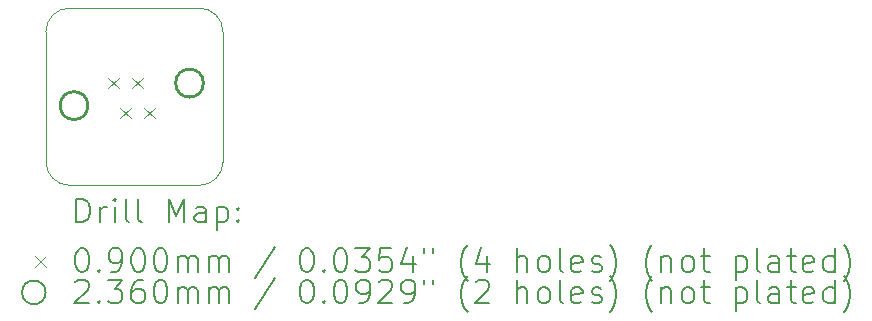
<source format=gbr>
%TF.GenerationSoftware,KiCad,Pcbnew,8.0.1-8.0.1-1~ubuntu22.04.1*%
%TF.CreationDate,2024-03-30T14:56:26-04:00*%
%TF.ProjectId,terminaison_can,7465726d-696e-4616-9973-6f6e5f63616e,rev?*%
%TF.SameCoordinates,Original*%
%TF.FileFunction,Drillmap*%
%TF.FilePolarity,Positive*%
%FSLAX45Y45*%
G04 Gerber Fmt 4.5, Leading zero omitted, Abs format (unit mm)*
G04 Created by KiCad (PCBNEW 8.0.1-8.0.1-1~ubuntu22.04.1) date 2024-03-30 14:56:26*
%MOMM*%
%LPD*%
G01*
G04 APERTURE LIST*
%ADD10C,0.050000*%
%ADD11C,0.200000*%
%ADD12C,0.100000*%
%ADD13C,0.236000*%
G04 APERTURE END LIST*
D10*
X1900000Y-3500000D02*
G75*
G02*
X1700000Y-3300000I0J200000D01*
G01*
X3200000Y-2200000D02*
X3200000Y-3300000D01*
X3200000Y-3300000D02*
G75*
G02*
X3000000Y-3500000I-200000J0D01*
G01*
X1700000Y-2200000D02*
X1700000Y-3300000D01*
X1900000Y-2000000D02*
X3000000Y-2000000D01*
X1700000Y-2200000D02*
G75*
G02*
X1900000Y-2000000I200000J0D01*
G01*
X3000000Y-3500000D02*
X1900000Y-3500000D01*
X3000000Y-2000000D02*
G75*
G02*
X3200000Y-2200000I0J-200000D01*
G01*
D11*
D12*
X2229800Y-2590000D02*
X2319800Y-2680000D01*
X2319800Y-2590000D02*
X2229800Y-2680000D01*
X2331400Y-2843000D02*
X2421400Y-2933000D01*
X2421400Y-2843000D02*
X2331400Y-2933000D01*
X2433000Y-2590000D02*
X2523000Y-2680000D01*
X2523000Y-2590000D02*
X2433000Y-2680000D01*
X2534600Y-2843000D02*
X2624600Y-2933000D01*
X2624600Y-2843000D02*
X2534600Y-2933000D01*
D13*
X2056200Y-2825500D02*
G75*
G02*
X1820200Y-2825500I-118000J0D01*
G01*
X1820200Y-2825500D02*
G75*
G02*
X2056200Y-2825500I118000J0D01*
G01*
X3034200Y-2635000D02*
G75*
G02*
X2798200Y-2635000I-118000J0D01*
G01*
X2798200Y-2635000D02*
G75*
G02*
X3034200Y-2635000I118000J0D01*
G01*
D11*
X1958277Y-3813984D02*
X1958277Y-3613984D01*
X1958277Y-3613984D02*
X2005896Y-3613984D01*
X2005896Y-3613984D02*
X2034467Y-3623508D01*
X2034467Y-3623508D02*
X2053515Y-3642555D01*
X2053515Y-3642555D02*
X2063039Y-3661603D01*
X2063039Y-3661603D02*
X2072562Y-3699698D01*
X2072562Y-3699698D02*
X2072562Y-3728269D01*
X2072562Y-3728269D02*
X2063039Y-3766365D01*
X2063039Y-3766365D02*
X2053515Y-3785412D01*
X2053515Y-3785412D02*
X2034467Y-3804460D01*
X2034467Y-3804460D02*
X2005896Y-3813984D01*
X2005896Y-3813984D02*
X1958277Y-3813984D01*
X2158277Y-3813984D02*
X2158277Y-3680650D01*
X2158277Y-3718746D02*
X2167801Y-3699698D01*
X2167801Y-3699698D02*
X2177324Y-3690174D01*
X2177324Y-3690174D02*
X2196372Y-3680650D01*
X2196372Y-3680650D02*
X2215420Y-3680650D01*
X2282086Y-3813984D02*
X2282086Y-3680650D01*
X2282086Y-3613984D02*
X2272563Y-3623508D01*
X2272563Y-3623508D02*
X2282086Y-3633031D01*
X2282086Y-3633031D02*
X2291610Y-3623508D01*
X2291610Y-3623508D02*
X2282086Y-3613984D01*
X2282086Y-3613984D02*
X2282086Y-3633031D01*
X2405896Y-3813984D02*
X2386848Y-3804460D01*
X2386848Y-3804460D02*
X2377324Y-3785412D01*
X2377324Y-3785412D02*
X2377324Y-3613984D01*
X2510658Y-3813984D02*
X2491610Y-3804460D01*
X2491610Y-3804460D02*
X2482086Y-3785412D01*
X2482086Y-3785412D02*
X2482086Y-3613984D01*
X2739229Y-3813984D02*
X2739229Y-3613984D01*
X2739229Y-3613984D02*
X2805896Y-3756841D01*
X2805896Y-3756841D02*
X2872562Y-3613984D01*
X2872562Y-3613984D02*
X2872562Y-3813984D01*
X3053515Y-3813984D02*
X3053515Y-3709222D01*
X3053515Y-3709222D02*
X3043991Y-3690174D01*
X3043991Y-3690174D02*
X3024943Y-3680650D01*
X3024943Y-3680650D02*
X2986848Y-3680650D01*
X2986848Y-3680650D02*
X2967801Y-3690174D01*
X3053515Y-3804460D02*
X3034467Y-3813984D01*
X3034467Y-3813984D02*
X2986848Y-3813984D01*
X2986848Y-3813984D02*
X2967801Y-3804460D01*
X2967801Y-3804460D02*
X2958277Y-3785412D01*
X2958277Y-3785412D02*
X2958277Y-3766365D01*
X2958277Y-3766365D02*
X2967801Y-3747317D01*
X2967801Y-3747317D02*
X2986848Y-3737793D01*
X2986848Y-3737793D02*
X3034467Y-3737793D01*
X3034467Y-3737793D02*
X3053515Y-3728269D01*
X3148753Y-3680650D02*
X3148753Y-3880650D01*
X3148753Y-3690174D02*
X3167801Y-3680650D01*
X3167801Y-3680650D02*
X3205896Y-3680650D01*
X3205896Y-3680650D02*
X3224943Y-3690174D01*
X3224943Y-3690174D02*
X3234467Y-3699698D01*
X3234467Y-3699698D02*
X3243991Y-3718746D01*
X3243991Y-3718746D02*
X3243991Y-3775888D01*
X3243991Y-3775888D02*
X3234467Y-3794936D01*
X3234467Y-3794936D02*
X3224943Y-3804460D01*
X3224943Y-3804460D02*
X3205896Y-3813984D01*
X3205896Y-3813984D02*
X3167801Y-3813984D01*
X3167801Y-3813984D02*
X3148753Y-3804460D01*
X3329705Y-3794936D02*
X3339229Y-3804460D01*
X3339229Y-3804460D02*
X3329705Y-3813984D01*
X3329705Y-3813984D02*
X3320182Y-3804460D01*
X3320182Y-3804460D02*
X3329705Y-3794936D01*
X3329705Y-3794936D02*
X3329705Y-3813984D01*
X3329705Y-3690174D02*
X3339229Y-3699698D01*
X3339229Y-3699698D02*
X3329705Y-3709222D01*
X3329705Y-3709222D02*
X3320182Y-3699698D01*
X3320182Y-3699698D02*
X3329705Y-3690174D01*
X3329705Y-3690174D02*
X3329705Y-3709222D01*
D12*
X1607500Y-4097500D02*
X1697500Y-4187500D01*
X1697500Y-4097500D02*
X1607500Y-4187500D01*
D11*
X1996372Y-4033984D02*
X2015420Y-4033984D01*
X2015420Y-4033984D02*
X2034467Y-4043508D01*
X2034467Y-4043508D02*
X2043991Y-4053031D01*
X2043991Y-4053031D02*
X2053515Y-4072079D01*
X2053515Y-4072079D02*
X2063039Y-4110174D01*
X2063039Y-4110174D02*
X2063039Y-4157793D01*
X2063039Y-4157793D02*
X2053515Y-4195889D01*
X2053515Y-4195889D02*
X2043991Y-4214936D01*
X2043991Y-4214936D02*
X2034467Y-4224460D01*
X2034467Y-4224460D02*
X2015420Y-4233984D01*
X2015420Y-4233984D02*
X1996372Y-4233984D01*
X1996372Y-4233984D02*
X1977324Y-4224460D01*
X1977324Y-4224460D02*
X1967801Y-4214936D01*
X1967801Y-4214936D02*
X1958277Y-4195889D01*
X1958277Y-4195889D02*
X1948753Y-4157793D01*
X1948753Y-4157793D02*
X1948753Y-4110174D01*
X1948753Y-4110174D02*
X1958277Y-4072079D01*
X1958277Y-4072079D02*
X1967801Y-4053031D01*
X1967801Y-4053031D02*
X1977324Y-4043508D01*
X1977324Y-4043508D02*
X1996372Y-4033984D01*
X2148753Y-4214936D02*
X2158277Y-4224460D01*
X2158277Y-4224460D02*
X2148753Y-4233984D01*
X2148753Y-4233984D02*
X2139229Y-4224460D01*
X2139229Y-4224460D02*
X2148753Y-4214936D01*
X2148753Y-4214936D02*
X2148753Y-4233984D01*
X2253515Y-4233984D02*
X2291610Y-4233984D01*
X2291610Y-4233984D02*
X2310658Y-4224460D01*
X2310658Y-4224460D02*
X2320182Y-4214936D01*
X2320182Y-4214936D02*
X2339229Y-4186365D01*
X2339229Y-4186365D02*
X2348753Y-4148269D01*
X2348753Y-4148269D02*
X2348753Y-4072079D01*
X2348753Y-4072079D02*
X2339229Y-4053031D01*
X2339229Y-4053031D02*
X2329705Y-4043508D01*
X2329705Y-4043508D02*
X2310658Y-4033984D01*
X2310658Y-4033984D02*
X2272563Y-4033984D01*
X2272563Y-4033984D02*
X2253515Y-4043508D01*
X2253515Y-4043508D02*
X2243991Y-4053031D01*
X2243991Y-4053031D02*
X2234467Y-4072079D01*
X2234467Y-4072079D02*
X2234467Y-4119698D01*
X2234467Y-4119698D02*
X2243991Y-4138746D01*
X2243991Y-4138746D02*
X2253515Y-4148269D01*
X2253515Y-4148269D02*
X2272563Y-4157793D01*
X2272563Y-4157793D02*
X2310658Y-4157793D01*
X2310658Y-4157793D02*
X2329705Y-4148269D01*
X2329705Y-4148269D02*
X2339229Y-4138746D01*
X2339229Y-4138746D02*
X2348753Y-4119698D01*
X2472563Y-4033984D02*
X2491610Y-4033984D01*
X2491610Y-4033984D02*
X2510658Y-4043508D01*
X2510658Y-4043508D02*
X2520182Y-4053031D01*
X2520182Y-4053031D02*
X2529705Y-4072079D01*
X2529705Y-4072079D02*
X2539229Y-4110174D01*
X2539229Y-4110174D02*
X2539229Y-4157793D01*
X2539229Y-4157793D02*
X2529705Y-4195889D01*
X2529705Y-4195889D02*
X2520182Y-4214936D01*
X2520182Y-4214936D02*
X2510658Y-4224460D01*
X2510658Y-4224460D02*
X2491610Y-4233984D01*
X2491610Y-4233984D02*
X2472563Y-4233984D01*
X2472563Y-4233984D02*
X2453515Y-4224460D01*
X2453515Y-4224460D02*
X2443991Y-4214936D01*
X2443991Y-4214936D02*
X2434467Y-4195889D01*
X2434467Y-4195889D02*
X2424944Y-4157793D01*
X2424944Y-4157793D02*
X2424944Y-4110174D01*
X2424944Y-4110174D02*
X2434467Y-4072079D01*
X2434467Y-4072079D02*
X2443991Y-4053031D01*
X2443991Y-4053031D02*
X2453515Y-4043508D01*
X2453515Y-4043508D02*
X2472563Y-4033984D01*
X2663039Y-4033984D02*
X2682086Y-4033984D01*
X2682086Y-4033984D02*
X2701134Y-4043508D01*
X2701134Y-4043508D02*
X2710658Y-4053031D01*
X2710658Y-4053031D02*
X2720182Y-4072079D01*
X2720182Y-4072079D02*
X2729705Y-4110174D01*
X2729705Y-4110174D02*
X2729705Y-4157793D01*
X2729705Y-4157793D02*
X2720182Y-4195889D01*
X2720182Y-4195889D02*
X2710658Y-4214936D01*
X2710658Y-4214936D02*
X2701134Y-4224460D01*
X2701134Y-4224460D02*
X2682086Y-4233984D01*
X2682086Y-4233984D02*
X2663039Y-4233984D01*
X2663039Y-4233984D02*
X2643991Y-4224460D01*
X2643991Y-4224460D02*
X2634467Y-4214936D01*
X2634467Y-4214936D02*
X2624944Y-4195889D01*
X2624944Y-4195889D02*
X2615420Y-4157793D01*
X2615420Y-4157793D02*
X2615420Y-4110174D01*
X2615420Y-4110174D02*
X2624944Y-4072079D01*
X2624944Y-4072079D02*
X2634467Y-4053031D01*
X2634467Y-4053031D02*
X2643991Y-4043508D01*
X2643991Y-4043508D02*
X2663039Y-4033984D01*
X2815420Y-4233984D02*
X2815420Y-4100650D01*
X2815420Y-4119698D02*
X2824943Y-4110174D01*
X2824943Y-4110174D02*
X2843991Y-4100650D01*
X2843991Y-4100650D02*
X2872563Y-4100650D01*
X2872563Y-4100650D02*
X2891610Y-4110174D01*
X2891610Y-4110174D02*
X2901134Y-4129222D01*
X2901134Y-4129222D02*
X2901134Y-4233984D01*
X2901134Y-4129222D02*
X2910658Y-4110174D01*
X2910658Y-4110174D02*
X2929705Y-4100650D01*
X2929705Y-4100650D02*
X2958277Y-4100650D01*
X2958277Y-4100650D02*
X2977324Y-4110174D01*
X2977324Y-4110174D02*
X2986848Y-4129222D01*
X2986848Y-4129222D02*
X2986848Y-4233984D01*
X3082086Y-4233984D02*
X3082086Y-4100650D01*
X3082086Y-4119698D02*
X3091610Y-4110174D01*
X3091610Y-4110174D02*
X3110658Y-4100650D01*
X3110658Y-4100650D02*
X3139229Y-4100650D01*
X3139229Y-4100650D02*
X3158277Y-4110174D01*
X3158277Y-4110174D02*
X3167801Y-4129222D01*
X3167801Y-4129222D02*
X3167801Y-4233984D01*
X3167801Y-4129222D02*
X3177324Y-4110174D01*
X3177324Y-4110174D02*
X3196372Y-4100650D01*
X3196372Y-4100650D02*
X3224943Y-4100650D01*
X3224943Y-4100650D02*
X3243991Y-4110174D01*
X3243991Y-4110174D02*
X3253515Y-4129222D01*
X3253515Y-4129222D02*
X3253515Y-4233984D01*
X3643991Y-4024460D02*
X3472563Y-4281603D01*
X3901134Y-4033984D02*
X3920182Y-4033984D01*
X3920182Y-4033984D02*
X3939229Y-4043508D01*
X3939229Y-4043508D02*
X3948753Y-4053031D01*
X3948753Y-4053031D02*
X3958277Y-4072079D01*
X3958277Y-4072079D02*
X3967801Y-4110174D01*
X3967801Y-4110174D02*
X3967801Y-4157793D01*
X3967801Y-4157793D02*
X3958277Y-4195889D01*
X3958277Y-4195889D02*
X3948753Y-4214936D01*
X3948753Y-4214936D02*
X3939229Y-4224460D01*
X3939229Y-4224460D02*
X3920182Y-4233984D01*
X3920182Y-4233984D02*
X3901134Y-4233984D01*
X3901134Y-4233984D02*
X3882086Y-4224460D01*
X3882086Y-4224460D02*
X3872563Y-4214936D01*
X3872563Y-4214936D02*
X3863039Y-4195889D01*
X3863039Y-4195889D02*
X3853515Y-4157793D01*
X3853515Y-4157793D02*
X3853515Y-4110174D01*
X3853515Y-4110174D02*
X3863039Y-4072079D01*
X3863039Y-4072079D02*
X3872563Y-4053031D01*
X3872563Y-4053031D02*
X3882086Y-4043508D01*
X3882086Y-4043508D02*
X3901134Y-4033984D01*
X4053515Y-4214936D02*
X4063039Y-4224460D01*
X4063039Y-4224460D02*
X4053515Y-4233984D01*
X4053515Y-4233984D02*
X4043991Y-4224460D01*
X4043991Y-4224460D02*
X4053515Y-4214936D01*
X4053515Y-4214936D02*
X4053515Y-4233984D01*
X4186848Y-4033984D02*
X4205896Y-4033984D01*
X4205896Y-4033984D02*
X4224944Y-4043508D01*
X4224944Y-4043508D02*
X4234468Y-4053031D01*
X4234468Y-4053031D02*
X4243991Y-4072079D01*
X4243991Y-4072079D02*
X4253515Y-4110174D01*
X4253515Y-4110174D02*
X4253515Y-4157793D01*
X4253515Y-4157793D02*
X4243991Y-4195889D01*
X4243991Y-4195889D02*
X4234468Y-4214936D01*
X4234468Y-4214936D02*
X4224944Y-4224460D01*
X4224944Y-4224460D02*
X4205896Y-4233984D01*
X4205896Y-4233984D02*
X4186848Y-4233984D01*
X4186848Y-4233984D02*
X4167801Y-4224460D01*
X4167801Y-4224460D02*
X4158277Y-4214936D01*
X4158277Y-4214936D02*
X4148753Y-4195889D01*
X4148753Y-4195889D02*
X4139229Y-4157793D01*
X4139229Y-4157793D02*
X4139229Y-4110174D01*
X4139229Y-4110174D02*
X4148753Y-4072079D01*
X4148753Y-4072079D02*
X4158277Y-4053031D01*
X4158277Y-4053031D02*
X4167801Y-4043508D01*
X4167801Y-4043508D02*
X4186848Y-4033984D01*
X4320182Y-4033984D02*
X4443991Y-4033984D01*
X4443991Y-4033984D02*
X4377325Y-4110174D01*
X4377325Y-4110174D02*
X4405896Y-4110174D01*
X4405896Y-4110174D02*
X4424944Y-4119698D01*
X4424944Y-4119698D02*
X4434468Y-4129222D01*
X4434468Y-4129222D02*
X4443991Y-4148269D01*
X4443991Y-4148269D02*
X4443991Y-4195889D01*
X4443991Y-4195889D02*
X4434468Y-4214936D01*
X4434468Y-4214936D02*
X4424944Y-4224460D01*
X4424944Y-4224460D02*
X4405896Y-4233984D01*
X4405896Y-4233984D02*
X4348753Y-4233984D01*
X4348753Y-4233984D02*
X4329706Y-4224460D01*
X4329706Y-4224460D02*
X4320182Y-4214936D01*
X4624944Y-4033984D02*
X4529706Y-4033984D01*
X4529706Y-4033984D02*
X4520182Y-4129222D01*
X4520182Y-4129222D02*
X4529706Y-4119698D01*
X4529706Y-4119698D02*
X4548753Y-4110174D01*
X4548753Y-4110174D02*
X4596372Y-4110174D01*
X4596372Y-4110174D02*
X4615420Y-4119698D01*
X4615420Y-4119698D02*
X4624944Y-4129222D01*
X4624944Y-4129222D02*
X4634468Y-4148269D01*
X4634468Y-4148269D02*
X4634468Y-4195889D01*
X4634468Y-4195889D02*
X4624944Y-4214936D01*
X4624944Y-4214936D02*
X4615420Y-4224460D01*
X4615420Y-4224460D02*
X4596372Y-4233984D01*
X4596372Y-4233984D02*
X4548753Y-4233984D01*
X4548753Y-4233984D02*
X4529706Y-4224460D01*
X4529706Y-4224460D02*
X4520182Y-4214936D01*
X4805896Y-4100650D02*
X4805896Y-4233984D01*
X4758277Y-4024460D02*
X4710658Y-4167317D01*
X4710658Y-4167317D02*
X4834468Y-4167317D01*
X4901134Y-4033984D02*
X4901134Y-4072079D01*
X4977325Y-4033984D02*
X4977325Y-4072079D01*
X5272563Y-4310174D02*
X5263039Y-4300650D01*
X5263039Y-4300650D02*
X5243991Y-4272079D01*
X5243991Y-4272079D02*
X5234468Y-4253031D01*
X5234468Y-4253031D02*
X5224944Y-4224460D01*
X5224944Y-4224460D02*
X5215420Y-4176841D01*
X5215420Y-4176841D02*
X5215420Y-4138746D01*
X5215420Y-4138746D02*
X5224944Y-4091127D01*
X5224944Y-4091127D02*
X5234468Y-4062555D01*
X5234468Y-4062555D02*
X5243991Y-4043508D01*
X5243991Y-4043508D02*
X5263039Y-4014936D01*
X5263039Y-4014936D02*
X5272563Y-4005412D01*
X5434468Y-4100650D02*
X5434468Y-4233984D01*
X5386849Y-4024460D02*
X5339230Y-4167317D01*
X5339230Y-4167317D02*
X5463039Y-4167317D01*
X5691610Y-4233984D02*
X5691610Y-4033984D01*
X5777325Y-4233984D02*
X5777325Y-4129222D01*
X5777325Y-4129222D02*
X5767801Y-4110174D01*
X5767801Y-4110174D02*
X5748753Y-4100650D01*
X5748753Y-4100650D02*
X5720182Y-4100650D01*
X5720182Y-4100650D02*
X5701134Y-4110174D01*
X5701134Y-4110174D02*
X5691610Y-4119698D01*
X5901134Y-4233984D02*
X5882087Y-4224460D01*
X5882087Y-4224460D02*
X5872563Y-4214936D01*
X5872563Y-4214936D02*
X5863039Y-4195889D01*
X5863039Y-4195889D02*
X5863039Y-4138746D01*
X5863039Y-4138746D02*
X5872563Y-4119698D01*
X5872563Y-4119698D02*
X5882087Y-4110174D01*
X5882087Y-4110174D02*
X5901134Y-4100650D01*
X5901134Y-4100650D02*
X5929706Y-4100650D01*
X5929706Y-4100650D02*
X5948753Y-4110174D01*
X5948753Y-4110174D02*
X5958277Y-4119698D01*
X5958277Y-4119698D02*
X5967801Y-4138746D01*
X5967801Y-4138746D02*
X5967801Y-4195889D01*
X5967801Y-4195889D02*
X5958277Y-4214936D01*
X5958277Y-4214936D02*
X5948753Y-4224460D01*
X5948753Y-4224460D02*
X5929706Y-4233984D01*
X5929706Y-4233984D02*
X5901134Y-4233984D01*
X6082087Y-4233984D02*
X6063039Y-4224460D01*
X6063039Y-4224460D02*
X6053515Y-4205412D01*
X6053515Y-4205412D02*
X6053515Y-4033984D01*
X6234468Y-4224460D02*
X6215420Y-4233984D01*
X6215420Y-4233984D02*
X6177325Y-4233984D01*
X6177325Y-4233984D02*
X6158277Y-4224460D01*
X6158277Y-4224460D02*
X6148753Y-4205412D01*
X6148753Y-4205412D02*
X6148753Y-4129222D01*
X6148753Y-4129222D02*
X6158277Y-4110174D01*
X6158277Y-4110174D02*
X6177325Y-4100650D01*
X6177325Y-4100650D02*
X6215420Y-4100650D01*
X6215420Y-4100650D02*
X6234468Y-4110174D01*
X6234468Y-4110174D02*
X6243991Y-4129222D01*
X6243991Y-4129222D02*
X6243991Y-4148269D01*
X6243991Y-4148269D02*
X6148753Y-4167317D01*
X6320182Y-4224460D02*
X6339230Y-4233984D01*
X6339230Y-4233984D02*
X6377325Y-4233984D01*
X6377325Y-4233984D02*
X6396372Y-4224460D01*
X6396372Y-4224460D02*
X6405896Y-4205412D01*
X6405896Y-4205412D02*
X6405896Y-4195889D01*
X6405896Y-4195889D02*
X6396372Y-4176841D01*
X6396372Y-4176841D02*
X6377325Y-4167317D01*
X6377325Y-4167317D02*
X6348753Y-4167317D01*
X6348753Y-4167317D02*
X6329706Y-4157793D01*
X6329706Y-4157793D02*
X6320182Y-4138746D01*
X6320182Y-4138746D02*
X6320182Y-4129222D01*
X6320182Y-4129222D02*
X6329706Y-4110174D01*
X6329706Y-4110174D02*
X6348753Y-4100650D01*
X6348753Y-4100650D02*
X6377325Y-4100650D01*
X6377325Y-4100650D02*
X6396372Y-4110174D01*
X6472563Y-4310174D02*
X6482087Y-4300650D01*
X6482087Y-4300650D02*
X6501134Y-4272079D01*
X6501134Y-4272079D02*
X6510658Y-4253031D01*
X6510658Y-4253031D02*
X6520182Y-4224460D01*
X6520182Y-4224460D02*
X6529706Y-4176841D01*
X6529706Y-4176841D02*
X6529706Y-4138746D01*
X6529706Y-4138746D02*
X6520182Y-4091127D01*
X6520182Y-4091127D02*
X6510658Y-4062555D01*
X6510658Y-4062555D02*
X6501134Y-4043508D01*
X6501134Y-4043508D02*
X6482087Y-4014936D01*
X6482087Y-4014936D02*
X6472563Y-4005412D01*
X6834468Y-4310174D02*
X6824944Y-4300650D01*
X6824944Y-4300650D02*
X6805896Y-4272079D01*
X6805896Y-4272079D02*
X6796372Y-4253031D01*
X6796372Y-4253031D02*
X6786849Y-4224460D01*
X6786849Y-4224460D02*
X6777325Y-4176841D01*
X6777325Y-4176841D02*
X6777325Y-4138746D01*
X6777325Y-4138746D02*
X6786849Y-4091127D01*
X6786849Y-4091127D02*
X6796372Y-4062555D01*
X6796372Y-4062555D02*
X6805896Y-4043508D01*
X6805896Y-4043508D02*
X6824944Y-4014936D01*
X6824944Y-4014936D02*
X6834468Y-4005412D01*
X6910658Y-4100650D02*
X6910658Y-4233984D01*
X6910658Y-4119698D02*
X6920182Y-4110174D01*
X6920182Y-4110174D02*
X6939230Y-4100650D01*
X6939230Y-4100650D02*
X6967801Y-4100650D01*
X6967801Y-4100650D02*
X6986849Y-4110174D01*
X6986849Y-4110174D02*
X6996372Y-4129222D01*
X6996372Y-4129222D02*
X6996372Y-4233984D01*
X7120182Y-4233984D02*
X7101134Y-4224460D01*
X7101134Y-4224460D02*
X7091611Y-4214936D01*
X7091611Y-4214936D02*
X7082087Y-4195889D01*
X7082087Y-4195889D02*
X7082087Y-4138746D01*
X7082087Y-4138746D02*
X7091611Y-4119698D01*
X7091611Y-4119698D02*
X7101134Y-4110174D01*
X7101134Y-4110174D02*
X7120182Y-4100650D01*
X7120182Y-4100650D02*
X7148753Y-4100650D01*
X7148753Y-4100650D02*
X7167801Y-4110174D01*
X7167801Y-4110174D02*
X7177325Y-4119698D01*
X7177325Y-4119698D02*
X7186849Y-4138746D01*
X7186849Y-4138746D02*
X7186849Y-4195889D01*
X7186849Y-4195889D02*
X7177325Y-4214936D01*
X7177325Y-4214936D02*
X7167801Y-4224460D01*
X7167801Y-4224460D02*
X7148753Y-4233984D01*
X7148753Y-4233984D02*
X7120182Y-4233984D01*
X7243992Y-4100650D02*
X7320182Y-4100650D01*
X7272563Y-4033984D02*
X7272563Y-4205412D01*
X7272563Y-4205412D02*
X7282087Y-4224460D01*
X7282087Y-4224460D02*
X7301134Y-4233984D01*
X7301134Y-4233984D02*
X7320182Y-4233984D01*
X7539230Y-4100650D02*
X7539230Y-4300650D01*
X7539230Y-4110174D02*
X7558277Y-4100650D01*
X7558277Y-4100650D02*
X7596373Y-4100650D01*
X7596373Y-4100650D02*
X7615420Y-4110174D01*
X7615420Y-4110174D02*
X7624944Y-4119698D01*
X7624944Y-4119698D02*
X7634468Y-4138746D01*
X7634468Y-4138746D02*
X7634468Y-4195889D01*
X7634468Y-4195889D02*
X7624944Y-4214936D01*
X7624944Y-4214936D02*
X7615420Y-4224460D01*
X7615420Y-4224460D02*
X7596373Y-4233984D01*
X7596373Y-4233984D02*
X7558277Y-4233984D01*
X7558277Y-4233984D02*
X7539230Y-4224460D01*
X7748753Y-4233984D02*
X7729706Y-4224460D01*
X7729706Y-4224460D02*
X7720182Y-4205412D01*
X7720182Y-4205412D02*
X7720182Y-4033984D01*
X7910658Y-4233984D02*
X7910658Y-4129222D01*
X7910658Y-4129222D02*
X7901134Y-4110174D01*
X7901134Y-4110174D02*
X7882087Y-4100650D01*
X7882087Y-4100650D02*
X7843992Y-4100650D01*
X7843992Y-4100650D02*
X7824944Y-4110174D01*
X7910658Y-4224460D02*
X7891611Y-4233984D01*
X7891611Y-4233984D02*
X7843992Y-4233984D01*
X7843992Y-4233984D02*
X7824944Y-4224460D01*
X7824944Y-4224460D02*
X7815420Y-4205412D01*
X7815420Y-4205412D02*
X7815420Y-4186365D01*
X7815420Y-4186365D02*
X7824944Y-4167317D01*
X7824944Y-4167317D02*
X7843992Y-4157793D01*
X7843992Y-4157793D02*
X7891611Y-4157793D01*
X7891611Y-4157793D02*
X7910658Y-4148269D01*
X7977325Y-4100650D02*
X8053515Y-4100650D01*
X8005896Y-4033984D02*
X8005896Y-4205412D01*
X8005896Y-4205412D02*
X8015420Y-4224460D01*
X8015420Y-4224460D02*
X8034468Y-4233984D01*
X8034468Y-4233984D02*
X8053515Y-4233984D01*
X8196373Y-4224460D02*
X8177325Y-4233984D01*
X8177325Y-4233984D02*
X8139230Y-4233984D01*
X8139230Y-4233984D02*
X8120182Y-4224460D01*
X8120182Y-4224460D02*
X8110658Y-4205412D01*
X8110658Y-4205412D02*
X8110658Y-4129222D01*
X8110658Y-4129222D02*
X8120182Y-4110174D01*
X8120182Y-4110174D02*
X8139230Y-4100650D01*
X8139230Y-4100650D02*
X8177325Y-4100650D01*
X8177325Y-4100650D02*
X8196373Y-4110174D01*
X8196373Y-4110174D02*
X8205896Y-4129222D01*
X8205896Y-4129222D02*
X8205896Y-4148269D01*
X8205896Y-4148269D02*
X8110658Y-4167317D01*
X8377325Y-4233984D02*
X8377325Y-4033984D01*
X8377325Y-4224460D02*
X8358277Y-4233984D01*
X8358277Y-4233984D02*
X8320182Y-4233984D01*
X8320182Y-4233984D02*
X8301134Y-4224460D01*
X8301134Y-4224460D02*
X8291611Y-4214936D01*
X8291611Y-4214936D02*
X8282087Y-4195889D01*
X8282087Y-4195889D02*
X8282087Y-4138746D01*
X8282087Y-4138746D02*
X8291611Y-4119698D01*
X8291611Y-4119698D02*
X8301134Y-4110174D01*
X8301134Y-4110174D02*
X8320182Y-4100650D01*
X8320182Y-4100650D02*
X8358277Y-4100650D01*
X8358277Y-4100650D02*
X8377325Y-4110174D01*
X8453516Y-4310174D02*
X8463039Y-4300650D01*
X8463039Y-4300650D02*
X8482087Y-4272079D01*
X8482087Y-4272079D02*
X8491611Y-4253031D01*
X8491611Y-4253031D02*
X8501135Y-4224460D01*
X8501135Y-4224460D02*
X8510658Y-4176841D01*
X8510658Y-4176841D02*
X8510658Y-4138746D01*
X8510658Y-4138746D02*
X8501135Y-4091127D01*
X8501135Y-4091127D02*
X8491611Y-4062555D01*
X8491611Y-4062555D02*
X8482087Y-4043508D01*
X8482087Y-4043508D02*
X8463039Y-4014936D01*
X8463039Y-4014936D02*
X8453516Y-4005412D01*
X1697500Y-4406500D02*
G75*
G02*
X1497500Y-4406500I-100000J0D01*
G01*
X1497500Y-4406500D02*
G75*
G02*
X1697500Y-4406500I100000J0D01*
G01*
X1948753Y-4317031D02*
X1958277Y-4307508D01*
X1958277Y-4307508D02*
X1977324Y-4297984D01*
X1977324Y-4297984D02*
X2024943Y-4297984D01*
X2024943Y-4297984D02*
X2043991Y-4307508D01*
X2043991Y-4307508D02*
X2053515Y-4317031D01*
X2053515Y-4317031D02*
X2063039Y-4336079D01*
X2063039Y-4336079D02*
X2063039Y-4355127D01*
X2063039Y-4355127D02*
X2053515Y-4383698D01*
X2053515Y-4383698D02*
X1939229Y-4497984D01*
X1939229Y-4497984D02*
X2063039Y-4497984D01*
X2148753Y-4478936D02*
X2158277Y-4488460D01*
X2158277Y-4488460D02*
X2148753Y-4497984D01*
X2148753Y-4497984D02*
X2139229Y-4488460D01*
X2139229Y-4488460D02*
X2148753Y-4478936D01*
X2148753Y-4478936D02*
X2148753Y-4497984D01*
X2224944Y-4297984D02*
X2348753Y-4297984D01*
X2348753Y-4297984D02*
X2282086Y-4374174D01*
X2282086Y-4374174D02*
X2310658Y-4374174D01*
X2310658Y-4374174D02*
X2329705Y-4383698D01*
X2329705Y-4383698D02*
X2339229Y-4393222D01*
X2339229Y-4393222D02*
X2348753Y-4412270D01*
X2348753Y-4412270D02*
X2348753Y-4459889D01*
X2348753Y-4459889D02*
X2339229Y-4478936D01*
X2339229Y-4478936D02*
X2329705Y-4488460D01*
X2329705Y-4488460D02*
X2310658Y-4497984D01*
X2310658Y-4497984D02*
X2253515Y-4497984D01*
X2253515Y-4497984D02*
X2234467Y-4488460D01*
X2234467Y-4488460D02*
X2224944Y-4478936D01*
X2520182Y-4297984D02*
X2482086Y-4297984D01*
X2482086Y-4297984D02*
X2463039Y-4307508D01*
X2463039Y-4307508D02*
X2453515Y-4317031D01*
X2453515Y-4317031D02*
X2434467Y-4345603D01*
X2434467Y-4345603D02*
X2424944Y-4383698D01*
X2424944Y-4383698D02*
X2424944Y-4459889D01*
X2424944Y-4459889D02*
X2434467Y-4478936D01*
X2434467Y-4478936D02*
X2443991Y-4488460D01*
X2443991Y-4488460D02*
X2463039Y-4497984D01*
X2463039Y-4497984D02*
X2501134Y-4497984D01*
X2501134Y-4497984D02*
X2520182Y-4488460D01*
X2520182Y-4488460D02*
X2529705Y-4478936D01*
X2529705Y-4478936D02*
X2539229Y-4459889D01*
X2539229Y-4459889D02*
X2539229Y-4412270D01*
X2539229Y-4412270D02*
X2529705Y-4393222D01*
X2529705Y-4393222D02*
X2520182Y-4383698D01*
X2520182Y-4383698D02*
X2501134Y-4374174D01*
X2501134Y-4374174D02*
X2463039Y-4374174D01*
X2463039Y-4374174D02*
X2443991Y-4383698D01*
X2443991Y-4383698D02*
X2434467Y-4393222D01*
X2434467Y-4393222D02*
X2424944Y-4412270D01*
X2663039Y-4297984D02*
X2682086Y-4297984D01*
X2682086Y-4297984D02*
X2701134Y-4307508D01*
X2701134Y-4307508D02*
X2710658Y-4317031D01*
X2710658Y-4317031D02*
X2720182Y-4336079D01*
X2720182Y-4336079D02*
X2729705Y-4374174D01*
X2729705Y-4374174D02*
X2729705Y-4421793D01*
X2729705Y-4421793D02*
X2720182Y-4459889D01*
X2720182Y-4459889D02*
X2710658Y-4478936D01*
X2710658Y-4478936D02*
X2701134Y-4488460D01*
X2701134Y-4488460D02*
X2682086Y-4497984D01*
X2682086Y-4497984D02*
X2663039Y-4497984D01*
X2663039Y-4497984D02*
X2643991Y-4488460D01*
X2643991Y-4488460D02*
X2634467Y-4478936D01*
X2634467Y-4478936D02*
X2624944Y-4459889D01*
X2624944Y-4459889D02*
X2615420Y-4421793D01*
X2615420Y-4421793D02*
X2615420Y-4374174D01*
X2615420Y-4374174D02*
X2624944Y-4336079D01*
X2624944Y-4336079D02*
X2634467Y-4317031D01*
X2634467Y-4317031D02*
X2643991Y-4307508D01*
X2643991Y-4307508D02*
X2663039Y-4297984D01*
X2815420Y-4497984D02*
X2815420Y-4364650D01*
X2815420Y-4383698D02*
X2824943Y-4374174D01*
X2824943Y-4374174D02*
X2843991Y-4364650D01*
X2843991Y-4364650D02*
X2872563Y-4364650D01*
X2872563Y-4364650D02*
X2891610Y-4374174D01*
X2891610Y-4374174D02*
X2901134Y-4393222D01*
X2901134Y-4393222D02*
X2901134Y-4497984D01*
X2901134Y-4393222D02*
X2910658Y-4374174D01*
X2910658Y-4374174D02*
X2929705Y-4364650D01*
X2929705Y-4364650D02*
X2958277Y-4364650D01*
X2958277Y-4364650D02*
X2977324Y-4374174D01*
X2977324Y-4374174D02*
X2986848Y-4393222D01*
X2986848Y-4393222D02*
X2986848Y-4497984D01*
X3082086Y-4497984D02*
X3082086Y-4364650D01*
X3082086Y-4383698D02*
X3091610Y-4374174D01*
X3091610Y-4374174D02*
X3110658Y-4364650D01*
X3110658Y-4364650D02*
X3139229Y-4364650D01*
X3139229Y-4364650D02*
X3158277Y-4374174D01*
X3158277Y-4374174D02*
X3167801Y-4393222D01*
X3167801Y-4393222D02*
X3167801Y-4497984D01*
X3167801Y-4393222D02*
X3177324Y-4374174D01*
X3177324Y-4374174D02*
X3196372Y-4364650D01*
X3196372Y-4364650D02*
X3224943Y-4364650D01*
X3224943Y-4364650D02*
X3243991Y-4374174D01*
X3243991Y-4374174D02*
X3253515Y-4393222D01*
X3253515Y-4393222D02*
X3253515Y-4497984D01*
X3643991Y-4288460D02*
X3472563Y-4545603D01*
X3901134Y-4297984D02*
X3920182Y-4297984D01*
X3920182Y-4297984D02*
X3939229Y-4307508D01*
X3939229Y-4307508D02*
X3948753Y-4317031D01*
X3948753Y-4317031D02*
X3958277Y-4336079D01*
X3958277Y-4336079D02*
X3967801Y-4374174D01*
X3967801Y-4374174D02*
X3967801Y-4421793D01*
X3967801Y-4421793D02*
X3958277Y-4459889D01*
X3958277Y-4459889D02*
X3948753Y-4478936D01*
X3948753Y-4478936D02*
X3939229Y-4488460D01*
X3939229Y-4488460D02*
X3920182Y-4497984D01*
X3920182Y-4497984D02*
X3901134Y-4497984D01*
X3901134Y-4497984D02*
X3882086Y-4488460D01*
X3882086Y-4488460D02*
X3872563Y-4478936D01*
X3872563Y-4478936D02*
X3863039Y-4459889D01*
X3863039Y-4459889D02*
X3853515Y-4421793D01*
X3853515Y-4421793D02*
X3853515Y-4374174D01*
X3853515Y-4374174D02*
X3863039Y-4336079D01*
X3863039Y-4336079D02*
X3872563Y-4317031D01*
X3872563Y-4317031D02*
X3882086Y-4307508D01*
X3882086Y-4307508D02*
X3901134Y-4297984D01*
X4053515Y-4478936D02*
X4063039Y-4488460D01*
X4063039Y-4488460D02*
X4053515Y-4497984D01*
X4053515Y-4497984D02*
X4043991Y-4488460D01*
X4043991Y-4488460D02*
X4053515Y-4478936D01*
X4053515Y-4478936D02*
X4053515Y-4497984D01*
X4186848Y-4297984D02*
X4205896Y-4297984D01*
X4205896Y-4297984D02*
X4224944Y-4307508D01*
X4224944Y-4307508D02*
X4234468Y-4317031D01*
X4234468Y-4317031D02*
X4243991Y-4336079D01*
X4243991Y-4336079D02*
X4253515Y-4374174D01*
X4253515Y-4374174D02*
X4253515Y-4421793D01*
X4253515Y-4421793D02*
X4243991Y-4459889D01*
X4243991Y-4459889D02*
X4234468Y-4478936D01*
X4234468Y-4478936D02*
X4224944Y-4488460D01*
X4224944Y-4488460D02*
X4205896Y-4497984D01*
X4205896Y-4497984D02*
X4186848Y-4497984D01*
X4186848Y-4497984D02*
X4167801Y-4488460D01*
X4167801Y-4488460D02*
X4158277Y-4478936D01*
X4158277Y-4478936D02*
X4148753Y-4459889D01*
X4148753Y-4459889D02*
X4139229Y-4421793D01*
X4139229Y-4421793D02*
X4139229Y-4374174D01*
X4139229Y-4374174D02*
X4148753Y-4336079D01*
X4148753Y-4336079D02*
X4158277Y-4317031D01*
X4158277Y-4317031D02*
X4167801Y-4307508D01*
X4167801Y-4307508D02*
X4186848Y-4297984D01*
X4348753Y-4497984D02*
X4386848Y-4497984D01*
X4386848Y-4497984D02*
X4405896Y-4488460D01*
X4405896Y-4488460D02*
X4415420Y-4478936D01*
X4415420Y-4478936D02*
X4434468Y-4450365D01*
X4434468Y-4450365D02*
X4443991Y-4412270D01*
X4443991Y-4412270D02*
X4443991Y-4336079D01*
X4443991Y-4336079D02*
X4434468Y-4317031D01*
X4434468Y-4317031D02*
X4424944Y-4307508D01*
X4424944Y-4307508D02*
X4405896Y-4297984D01*
X4405896Y-4297984D02*
X4367801Y-4297984D01*
X4367801Y-4297984D02*
X4348753Y-4307508D01*
X4348753Y-4307508D02*
X4339229Y-4317031D01*
X4339229Y-4317031D02*
X4329706Y-4336079D01*
X4329706Y-4336079D02*
X4329706Y-4383698D01*
X4329706Y-4383698D02*
X4339229Y-4402746D01*
X4339229Y-4402746D02*
X4348753Y-4412270D01*
X4348753Y-4412270D02*
X4367801Y-4421793D01*
X4367801Y-4421793D02*
X4405896Y-4421793D01*
X4405896Y-4421793D02*
X4424944Y-4412270D01*
X4424944Y-4412270D02*
X4434468Y-4402746D01*
X4434468Y-4402746D02*
X4443991Y-4383698D01*
X4520182Y-4317031D02*
X4529706Y-4307508D01*
X4529706Y-4307508D02*
X4548753Y-4297984D01*
X4548753Y-4297984D02*
X4596372Y-4297984D01*
X4596372Y-4297984D02*
X4615420Y-4307508D01*
X4615420Y-4307508D02*
X4624944Y-4317031D01*
X4624944Y-4317031D02*
X4634468Y-4336079D01*
X4634468Y-4336079D02*
X4634468Y-4355127D01*
X4634468Y-4355127D02*
X4624944Y-4383698D01*
X4624944Y-4383698D02*
X4510658Y-4497984D01*
X4510658Y-4497984D02*
X4634468Y-4497984D01*
X4729706Y-4497984D02*
X4767801Y-4497984D01*
X4767801Y-4497984D02*
X4786849Y-4488460D01*
X4786849Y-4488460D02*
X4796372Y-4478936D01*
X4796372Y-4478936D02*
X4815420Y-4450365D01*
X4815420Y-4450365D02*
X4824944Y-4412270D01*
X4824944Y-4412270D02*
X4824944Y-4336079D01*
X4824944Y-4336079D02*
X4815420Y-4317031D01*
X4815420Y-4317031D02*
X4805896Y-4307508D01*
X4805896Y-4307508D02*
X4786849Y-4297984D01*
X4786849Y-4297984D02*
X4748753Y-4297984D01*
X4748753Y-4297984D02*
X4729706Y-4307508D01*
X4729706Y-4307508D02*
X4720182Y-4317031D01*
X4720182Y-4317031D02*
X4710658Y-4336079D01*
X4710658Y-4336079D02*
X4710658Y-4383698D01*
X4710658Y-4383698D02*
X4720182Y-4402746D01*
X4720182Y-4402746D02*
X4729706Y-4412270D01*
X4729706Y-4412270D02*
X4748753Y-4421793D01*
X4748753Y-4421793D02*
X4786849Y-4421793D01*
X4786849Y-4421793D02*
X4805896Y-4412270D01*
X4805896Y-4412270D02*
X4815420Y-4402746D01*
X4815420Y-4402746D02*
X4824944Y-4383698D01*
X4901134Y-4297984D02*
X4901134Y-4336079D01*
X4977325Y-4297984D02*
X4977325Y-4336079D01*
X5272563Y-4574174D02*
X5263039Y-4564650D01*
X5263039Y-4564650D02*
X5243991Y-4536079D01*
X5243991Y-4536079D02*
X5234468Y-4517031D01*
X5234468Y-4517031D02*
X5224944Y-4488460D01*
X5224944Y-4488460D02*
X5215420Y-4440841D01*
X5215420Y-4440841D02*
X5215420Y-4402746D01*
X5215420Y-4402746D02*
X5224944Y-4355127D01*
X5224944Y-4355127D02*
X5234468Y-4326555D01*
X5234468Y-4326555D02*
X5243991Y-4307508D01*
X5243991Y-4307508D02*
X5263039Y-4278936D01*
X5263039Y-4278936D02*
X5272563Y-4269412D01*
X5339230Y-4317031D02*
X5348753Y-4307508D01*
X5348753Y-4307508D02*
X5367801Y-4297984D01*
X5367801Y-4297984D02*
X5415420Y-4297984D01*
X5415420Y-4297984D02*
X5434468Y-4307508D01*
X5434468Y-4307508D02*
X5443991Y-4317031D01*
X5443991Y-4317031D02*
X5453515Y-4336079D01*
X5453515Y-4336079D02*
X5453515Y-4355127D01*
X5453515Y-4355127D02*
X5443991Y-4383698D01*
X5443991Y-4383698D02*
X5329706Y-4497984D01*
X5329706Y-4497984D02*
X5453515Y-4497984D01*
X5691610Y-4497984D02*
X5691610Y-4297984D01*
X5777325Y-4497984D02*
X5777325Y-4393222D01*
X5777325Y-4393222D02*
X5767801Y-4374174D01*
X5767801Y-4374174D02*
X5748753Y-4364650D01*
X5748753Y-4364650D02*
X5720182Y-4364650D01*
X5720182Y-4364650D02*
X5701134Y-4374174D01*
X5701134Y-4374174D02*
X5691610Y-4383698D01*
X5901134Y-4497984D02*
X5882087Y-4488460D01*
X5882087Y-4488460D02*
X5872563Y-4478936D01*
X5872563Y-4478936D02*
X5863039Y-4459889D01*
X5863039Y-4459889D02*
X5863039Y-4402746D01*
X5863039Y-4402746D02*
X5872563Y-4383698D01*
X5872563Y-4383698D02*
X5882087Y-4374174D01*
X5882087Y-4374174D02*
X5901134Y-4364650D01*
X5901134Y-4364650D02*
X5929706Y-4364650D01*
X5929706Y-4364650D02*
X5948753Y-4374174D01*
X5948753Y-4374174D02*
X5958277Y-4383698D01*
X5958277Y-4383698D02*
X5967801Y-4402746D01*
X5967801Y-4402746D02*
X5967801Y-4459889D01*
X5967801Y-4459889D02*
X5958277Y-4478936D01*
X5958277Y-4478936D02*
X5948753Y-4488460D01*
X5948753Y-4488460D02*
X5929706Y-4497984D01*
X5929706Y-4497984D02*
X5901134Y-4497984D01*
X6082087Y-4497984D02*
X6063039Y-4488460D01*
X6063039Y-4488460D02*
X6053515Y-4469412D01*
X6053515Y-4469412D02*
X6053515Y-4297984D01*
X6234468Y-4488460D02*
X6215420Y-4497984D01*
X6215420Y-4497984D02*
X6177325Y-4497984D01*
X6177325Y-4497984D02*
X6158277Y-4488460D01*
X6158277Y-4488460D02*
X6148753Y-4469412D01*
X6148753Y-4469412D02*
X6148753Y-4393222D01*
X6148753Y-4393222D02*
X6158277Y-4374174D01*
X6158277Y-4374174D02*
X6177325Y-4364650D01*
X6177325Y-4364650D02*
X6215420Y-4364650D01*
X6215420Y-4364650D02*
X6234468Y-4374174D01*
X6234468Y-4374174D02*
X6243991Y-4393222D01*
X6243991Y-4393222D02*
X6243991Y-4412270D01*
X6243991Y-4412270D02*
X6148753Y-4431317D01*
X6320182Y-4488460D02*
X6339230Y-4497984D01*
X6339230Y-4497984D02*
X6377325Y-4497984D01*
X6377325Y-4497984D02*
X6396372Y-4488460D01*
X6396372Y-4488460D02*
X6405896Y-4469412D01*
X6405896Y-4469412D02*
X6405896Y-4459889D01*
X6405896Y-4459889D02*
X6396372Y-4440841D01*
X6396372Y-4440841D02*
X6377325Y-4431317D01*
X6377325Y-4431317D02*
X6348753Y-4431317D01*
X6348753Y-4431317D02*
X6329706Y-4421793D01*
X6329706Y-4421793D02*
X6320182Y-4402746D01*
X6320182Y-4402746D02*
X6320182Y-4393222D01*
X6320182Y-4393222D02*
X6329706Y-4374174D01*
X6329706Y-4374174D02*
X6348753Y-4364650D01*
X6348753Y-4364650D02*
X6377325Y-4364650D01*
X6377325Y-4364650D02*
X6396372Y-4374174D01*
X6472563Y-4574174D02*
X6482087Y-4564650D01*
X6482087Y-4564650D02*
X6501134Y-4536079D01*
X6501134Y-4536079D02*
X6510658Y-4517031D01*
X6510658Y-4517031D02*
X6520182Y-4488460D01*
X6520182Y-4488460D02*
X6529706Y-4440841D01*
X6529706Y-4440841D02*
X6529706Y-4402746D01*
X6529706Y-4402746D02*
X6520182Y-4355127D01*
X6520182Y-4355127D02*
X6510658Y-4326555D01*
X6510658Y-4326555D02*
X6501134Y-4307508D01*
X6501134Y-4307508D02*
X6482087Y-4278936D01*
X6482087Y-4278936D02*
X6472563Y-4269412D01*
X6834468Y-4574174D02*
X6824944Y-4564650D01*
X6824944Y-4564650D02*
X6805896Y-4536079D01*
X6805896Y-4536079D02*
X6796372Y-4517031D01*
X6796372Y-4517031D02*
X6786849Y-4488460D01*
X6786849Y-4488460D02*
X6777325Y-4440841D01*
X6777325Y-4440841D02*
X6777325Y-4402746D01*
X6777325Y-4402746D02*
X6786849Y-4355127D01*
X6786849Y-4355127D02*
X6796372Y-4326555D01*
X6796372Y-4326555D02*
X6805896Y-4307508D01*
X6805896Y-4307508D02*
X6824944Y-4278936D01*
X6824944Y-4278936D02*
X6834468Y-4269412D01*
X6910658Y-4364650D02*
X6910658Y-4497984D01*
X6910658Y-4383698D02*
X6920182Y-4374174D01*
X6920182Y-4374174D02*
X6939230Y-4364650D01*
X6939230Y-4364650D02*
X6967801Y-4364650D01*
X6967801Y-4364650D02*
X6986849Y-4374174D01*
X6986849Y-4374174D02*
X6996372Y-4393222D01*
X6996372Y-4393222D02*
X6996372Y-4497984D01*
X7120182Y-4497984D02*
X7101134Y-4488460D01*
X7101134Y-4488460D02*
X7091611Y-4478936D01*
X7091611Y-4478936D02*
X7082087Y-4459889D01*
X7082087Y-4459889D02*
X7082087Y-4402746D01*
X7082087Y-4402746D02*
X7091611Y-4383698D01*
X7091611Y-4383698D02*
X7101134Y-4374174D01*
X7101134Y-4374174D02*
X7120182Y-4364650D01*
X7120182Y-4364650D02*
X7148753Y-4364650D01*
X7148753Y-4364650D02*
X7167801Y-4374174D01*
X7167801Y-4374174D02*
X7177325Y-4383698D01*
X7177325Y-4383698D02*
X7186849Y-4402746D01*
X7186849Y-4402746D02*
X7186849Y-4459889D01*
X7186849Y-4459889D02*
X7177325Y-4478936D01*
X7177325Y-4478936D02*
X7167801Y-4488460D01*
X7167801Y-4488460D02*
X7148753Y-4497984D01*
X7148753Y-4497984D02*
X7120182Y-4497984D01*
X7243992Y-4364650D02*
X7320182Y-4364650D01*
X7272563Y-4297984D02*
X7272563Y-4469412D01*
X7272563Y-4469412D02*
X7282087Y-4488460D01*
X7282087Y-4488460D02*
X7301134Y-4497984D01*
X7301134Y-4497984D02*
X7320182Y-4497984D01*
X7539230Y-4364650D02*
X7539230Y-4564650D01*
X7539230Y-4374174D02*
X7558277Y-4364650D01*
X7558277Y-4364650D02*
X7596373Y-4364650D01*
X7596373Y-4364650D02*
X7615420Y-4374174D01*
X7615420Y-4374174D02*
X7624944Y-4383698D01*
X7624944Y-4383698D02*
X7634468Y-4402746D01*
X7634468Y-4402746D02*
X7634468Y-4459889D01*
X7634468Y-4459889D02*
X7624944Y-4478936D01*
X7624944Y-4478936D02*
X7615420Y-4488460D01*
X7615420Y-4488460D02*
X7596373Y-4497984D01*
X7596373Y-4497984D02*
X7558277Y-4497984D01*
X7558277Y-4497984D02*
X7539230Y-4488460D01*
X7748753Y-4497984D02*
X7729706Y-4488460D01*
X7729706Y-4488460D02*
X7720182Y-4469412D01*
X7720182Y-4469412D02*
X7720182Y-4297984D01*
X7910658Y-4497984D02*
X7910658Y-4393222D01*
X7910658Y-4393222D02*
X7901134Y-4374174D01*
X7901134Y-4374174D02*
X7882087Y-4364650D01*
X7882087Y-4364650D02*
X7843992Y-4364650D01*
X7843992Y-4364650D02*
X7824944Y-4374174D01*
X7910658Y-4488460D02*
X7891611Y-4497984D01*
X7891611Y-4497984D02*
X7843992Y-4497984D01*
X7843992Y-4497984D02*
X7824944Y-4488460D01*
X7824944Y-4488460D02*
X7815420Y-4469412D01*
X7815420Y-4469412D02*
X7815420Y-4450365D01*
X7815420Y-4450365D02*
X7824944Y-4431317D01*
X7824944Y-4431317D02*
X7843992Y-4421793D01*
X7843992Y-4421793D02*
X7891611Y-4421793D01*
X7891611Y-4421793D02*
X7910658Y-4412270D01*
X7977325Y-4364650D02*
X8053515Y-4364650D01*
X8005896Y-4297984D02*
X8005896Y-4469412D01*
X8005896Y-4469412D02*
X8015420Y-4488460D01*
X8015420Y-4488460D02*
X8034468Y-4497984D01*
X8034468Y-4497984D02*
X8053515Y-4497984D01*
X8196373Y-4488460D02*
X8177325Y-4497984D01*
X8177325Y-4497984D02*
X8139230Y-4497984D01*
X8139230Y-4497984D02*
X8120182Y-4488460D01*
X8120182Y-4488460D02*
X8110658Y-4469412D01*
X8110658Y-4469412D02*
X8110658Y-4393222D01*
X8110658Y-4393222D02*
X8120182Y-4374174D01*
X8120182Y-4374174D02*
X8139230Y-4364650D01*
X8139230Y-4364650D02*
X8177325Y-4364650D01*
X8177325Y-4364650D02*
X8196373Y-4374174D01*
X8196373Y-4374174D02*
X8205896Y-4393222D01*
X8205896Y-4393222D02*
X8205896Y-4412270D01*
X8205896Y-4412270D02*
X8110658Y-4431317D01*
X8377325Y-4497984D02*
X8377325Y-4297984D01*
X8377325Y-4488460D02*
X8358277Y-4497984D01*
X8358277Y-4497984D02*
X8320182Y-4497984D01*
X8320182Y-4497984D02*
X8301134Y-4488460D01*
X8301134Y-4488460D02*
X8291611Y-4478936D01*
X8291611Y-4478936D02*
X8282087Y-4459889D01*
X8282087Y-4459889D02*
X8282087Y-4402746D01*
X8282087Y-4402746D02*
X8291611Y-4383698D01*
X8291611Y-4383698D02*
X8301134Y-4374174D01*
X8301134Y-4374174D02*
X8320182Y-4364650D01*
X8320182Y-4364650D02*
X8358277Y-4364650D01*
X8358277Y-4364650D02*
X8377325Y-4374174D01*
X8453516Y-4574174D02*
X8463039Y-4564650D01*
X8463039Y-4564650D02*
X8482087Y-4536079D01*
X8482087Y-4536079D02*
X8491611Y-4517031D01*
X8491611Y-4517031D02*
X8501135Y-4488460D01*
X8501135Y-4488460D02*
X8510658Y-4440841D01*
X8510658Y-4440841D02*
X8510658Y-4402746D01*
X8510658Y-4402746D02*
X8501135Y-4355127D01*
X8501135Y-4355127D02*
X8491611Y-4326555D01*
X8491611Y-4326555D02*
X8482087Y-4307508D01*
X8482087Y-4307508D02*
X8463039Y-4278936D01*
X8463039Y-4278936D02*
X8453516Y-4269412D01*
M02*

</source>
